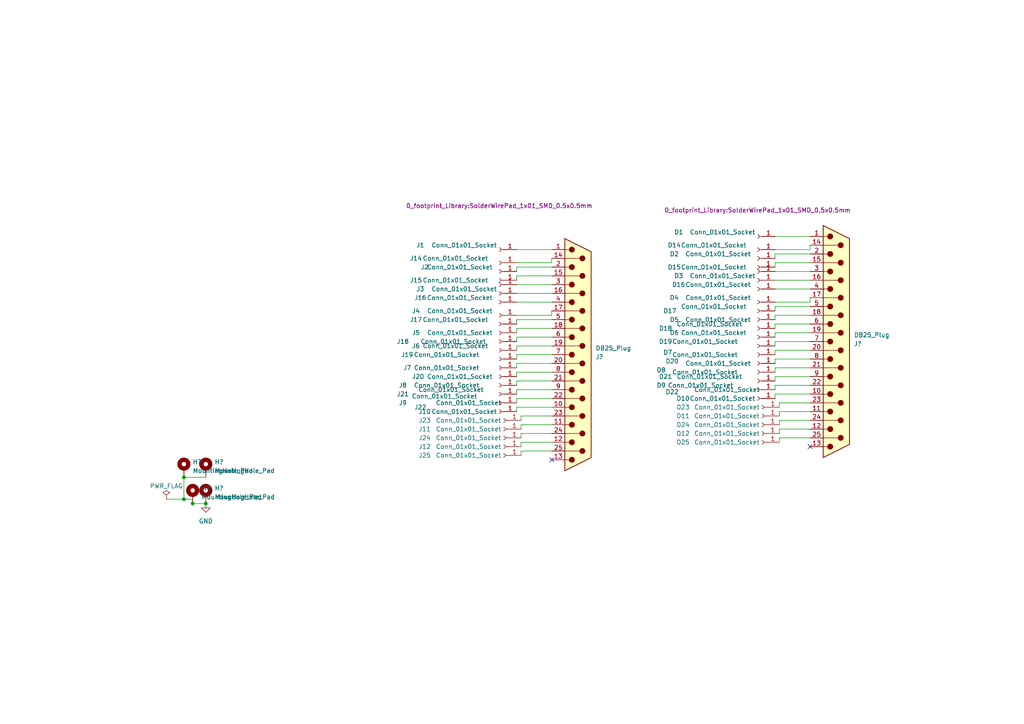
<source format=kicad_sch>
(kicad_sch (version 20230121) (generator eeschema)
  (paper "A4")
  (lib_symbols
    (symbol "Connector:Conn_01x01_Socket" (pin_names (offset 1.016) hide)
      (property "Reference" "J" (at 0 2.54 0))
      (property "Value" "Conn_01x01_Socket" (at 0 -2.54 0))
      (symbol "Conn_01x01_Socket_1_1"
        (polyline (pts (xy -1.27 0) (xy -0.508 0)) (stroke (width 0.1524)))
        (arc (start 0 0.508) (mid -0.5058 0) (end 0 -0.508) (stroke (width 0.1524)))
        (pin passive line (at -5.08 0 0) (length 3.81) (name "Pin_1") (number "1"))
      )
    )
    (symbol "Connector:DB25_Plug" (pin_names (offset 1.016) hide)
      (property "Reference" "J" (at 0 34.29 0))
      (property "Value" "DB25_Plug" (at 0 -34.925 0))
      (symbol "DB25_Plug_0_1"
        (circle (center -1.778 -30.48) (radius 0.762) (fill (type outline)))
        (circle (center -1.778 -25.4) (radius 0.762) (fill (type outline)))
        (circle (center -1.778 -20.32) (radius 0.762) (fill (type outline)))
        (circle (center -1.778 -15.24) (radius 0.762) (fill (type outline)))
        (circle (center -1.778 -10.16) (radius 0.762) (fill (type outline)))
        (circle (center -1.778 -5.08) (radius 0.762) (fill (type outline)))
        (circle (center -1.778 0) (radius 0.762) (fill (type outline)))
        (circle (center -1.778 5.08) (radius 0.762) (fill (type outline)))
        (circle (center -1.778 10.16) (radius 0.762) (fill (type outline)))
        (circle (center -1.778 15.24) (radius 0.762) (fill (type outline)))
        (circle (center -1.778 20.32) (radius 0.762) (fill (type outline)))
        (circle (center -1.778 25.4) (radius 0.762) (fill (type outline)))
        (circle (center -1.778 30.48) (radius 0.762) (fill (type outline)))
        (polyline (pts (xy -3.81 -30.48) (xy -2.54 -30.48)))
        (polyline (pts (xy -3.81 -27.94) (xy 0.508 -27.94)))
        (polyline (pts (xy -3.81 -25.4) (xy -2.54 -25.4)))
        (polyline (pts (xy -3.81 -22.86) (xy 0.508 -22.86)))
        (polyline (pts (xy -3.81 -20.32) (xy -2.54 -20.32)))
        (polyline (pts (xy -3.81 -17.78) (xy 0.508 -17.78)))
        (polyline (pts (xy -3.81 -15.24) (xy -2.54 -15.24)))
        (polyline (pts (xy -3.81 -12.7) (xy 0.508 -12.7)))
        (polyline (pts (xy -3.81 -10.16) (xy -2.54 -10.16)))
        (polyline (pts (xy -3.81 -7.62) (xy 0.508 -7.62)))
        (polyline (pts (xy -3.81 -5.08) (xy -2.54 -5.08)))
        (polyline (pts (xy -3.81 -2.54) (xy 0.508 -2.54)))
        (polyline (pts (xy -3.81 0) (xy -2.54 0)))
        (polyline (pts (xy -3.81 2.54) (xy 0.508 2.54)))
        (polyline (pts (xy -3.81 5.08) (xy -2.54 5.08)))
        (polyline (pts (xy -3.81 7.62) (xy 0.508 7.62)))
        (polyline (pts (xy -3.81 10.16) (xy -2.54 10.16)))
        (polyline (pts (xy -3.81 12.7) (xy 0.508 12.7)))
        (polyline (pts (xy -3.81 15.24) (xy -2.54 15.24)))
        (polyline (pts (xy -3.81 17.78) (xy 0.508 17.78)))
        (polyline (pts (xy -3.81 20.32) (xy -2.54 20.32)))
        (polyline (pts (xy -3.81 22.86) (xy 0.508 22.86)))
        (polyline (pts (xy -3.81 25.4) (xy -2.54 25.4)))
        (polyline (pts (xy -3.81 27.94) (xy 0.508 27.94)))
        (polyline (pts (xy -3.81 30.48) (xy -2.54 30.48)))
        (polyline (pts (xy -3.81 -33.655) (xy 3.81 -29.845) (xy 3.81 29.845) (xy -3.81 33.655) (xy -3.81 -33.655)) (stroke (width 0.254)) (fill (type background)))
        (circle (center 1.27 -27.94) (radius 0.762) (fill (type outline)))
        (circle (center 1.27 -22.86) (radius 0.762) (fill (type outline)))
        (circle (center 1.27 -17.78) (radius 0.762) (fill (type outline)))
        (circle (center 1.27 -12.7) (radius 0.762) (fill (type outline)))
        (circle (center 1.27 -7.62) (radius 0.762) (fill (type outline)))
        (circle (center 1.27 -2.54) (radius 0.762) (fill (type outline)))
        (circle (center 1.27 2.54) (radius 0.762) (fill (type outline)))
        (circle (center 1.27 7.62) (radius 0.762) (fill (type outline)))
        (circle (center 1.27 12.7) (radius 0.762) (fill (type outline)))
        (circle (center 1.27 17.78) (radius 0.762) (fill (type outline)))
        (circle (center 1.27 22.86) (radius 0.762) (fill (type outline)))
        (circle (center 1.27 27.94) (radius 0.762) (fill (type outline)))
      )
      (symbol "DB25_Plug_1_1"
        (pin passive line (at -7.62 -30.48 0) (length 3.81) (name "1") (number "1"))
        (pin passive line (at -7.62 15.24 0) (length 3.81) (name "10") (number "10"))
        (pin passive line (at -7.62 20.32 0) (length 3.81) (name "11") (number "11"))
        (pin passive line (at -7.62 25.4 0) (length 3.81) (name "12") (number "12"))
        (pin passive line (at -7.62 30.48 0) (length 3.81) (name "13") (number "13"))
        (pin passive line (at -7.62 -27.94 0) (length 3.81) (name "P14") (number "14"))
        (pin passive line (at -7.62 -22.86 0) (length 3.81) (name "P15") (number "15"))
        (pin passive line (at -7.62 -17.78 0) (length 3.81) (name "P16") (number "16"))
        (pin passive line (at -7.62 -12.7 0) (length 3.81) (name "P17") (number "17"))
        (pin passive line (at -7.62 -7.62 0) (length 3.81) (name "P18") (number "18"))
        (pin passive line (at -7.62 -2.54 0) (length 3.81) (name "P19") (number "19"))
        (pin passive line (at -7.62 -25.4 0) (length 3.81) (name "2") (number "2"))
        (pin passive line (at -7.62 2.54 0) (length 3.81) (name "P20") (number "20"))
        (pin passive line (at -7.62 7.62 0) (length 3.81) (name "P21") (number "21"))
        (pin passive line (at -7.62 12.7 0) (length 3.81) (name "P22") (number "22"))
        (pin passive line (at -7.62 17.78 0) (length 3.81) (name "P23") (number "23"))
        (pin passive line (at -7.62 22.86 0) (length 3.81) (name "P24") (number "24"))
        (pin passive line (at -7.62 27.94 0) (length 3.81) (name "P25") (number "25"))
        (pin passive line (at -7.62 -20.32 0) (length 3.81) (name "3") (number "3"))
        (pin passive line (at -7.62 -15.24 0) (length 3.81) (name "4") (number "4"))
        (pin passive line (at -7.62 -10.16 0) (length 3.81) (name "5") (number "5"))
        (pin passive line (at -7.62 -5.08 0) (length 3.81) (name "6") (number "6"))
        (pin passive line (at -7.62 0 0) (length 3.81) (name "7") (number "7"))
        (pin passive line (at -7.62 5.08 0) (length 3.81) (name "8") (number "8"))
        (pin passive line (at -7.62 10.16 0) (length 3.81) (name "9") (number "9"))
      )
    )
    (symbol "Mechanical:MountingHole_Pad" (pin_numbers hide) (pin_names (offset 1.016) hide)
      (property "Reference" "H" (at 0 6.35 0))
      (property "Value" "MountingHole_Pad" (at 0 4.445 0))
      (symbol "MountingHole_Pad_0_1"
        (circle (center 0 1.27) (radius 1.27) (stroke (width 1.27)))
      )
      (symbol "MountingHole_Pad_1_1"
        (pin input line (at 0 -2.54 90) (length 2.54) (name "1") (number "1"))
      )
    )
    (symbol "power:GND" (power) (pin_names (offset 0))
      (property "Value" "GND" (at 0 -3.81 0))
      (symbol "GND_0_1"
        (polyline (pts (xy 0 0) (xy 0 -1.27) (xy 1.27 -1.27) (xy 0 -2.54) (xy -1.27 -1.27) (xy 0 -1.27)))
      )
      (symbol "GND_1_1"
        (pin power_in line (at 0 0 270) (length 0) hide (name "GND") (number "1"))
      )
    )
    (symbol "power:PWR_FLAG" (power) (pin_numbers hide) (pin_names (offset 0) hide)
      (property "Value" "PWR_FLAG" (at 0 3.81 0))
      (symbol "PWR_FLAG_0_0"
        (pin power_out line (at 0 0 90) (length 0) (name "pwr") (number "1"))
      )
      (symbol "PWR_FLAG_0_1"
        (polyline (pts (xy 0 0) (xy 0 1.27) (xy -1.016 1.905) (xy 0 2.54) (xy 1.016 1.905) (xy 0 1.27)))
      )
    )
  )
  (junction (at 53.34 138.43))
  (junction (at 59.69 146.05))
  (junction (at 53.34 144.78))
  (junction (at 55.88 146.05))
  (no_connect (at 160.02 133.35))
  (no_connect (at 234.95 129.54))
  (wire (pts (xy 226.06 124.46) (xy 226.06 125.73)))
  (wire (pts (xy 224.79 106.68) (xy 224.79 107.95)))
  (wire (pts (xy 234.95 111.76) (xy 224.79 111.76)))
  (wire (pts (xy 149.86 105.41) (xy 149.86 106.68)))
  (wire (pts (xy 160.02 118.11) (xy 149.86 118.11)))
  (wire (pts (xy 224.79 111.76) (xy 224.79 113.03)))
  (wire (pts (xy 160.02 113.03) (xy 149.86 113.03)))
  (wire (pts (xy 160.02 97.79) (xy 149.86 97.79)))
  (wire (pts (xy 234.95 121.92) (xy 226.06 121.92)))
  (wire (pts (xy 149.86 115.57) (xy 149.86 116.84)))
  (wire (pts (xy 160.02 92.71) (xy 149.86 92.71)))
  (wire (pts (xy 149.86 87.63) (xy 160.02 87.63)))
  (wire (pts (xy 226.06 116.84) (xy 226.06 118.11)))
  (wire (pts (xy 224.79 96.52) (xy 224.79 97.79)))
  (wire (pts (xy 160.02 80.01) (xy 149.86 80.01)))
  (wire (pts (xy 149.86 80.01) (xy 149.86 81.28)))
  (wire (pts (xy 234.95 127) (xy 226.06 127)))
  (wire (pts (xy 53.34 138.43) (xy 53.34 144.78)))
  (wire (pts (xy 149.86 107.95) (xy 149.86 109.22)))
  (wire (pts (xy 224.79 93.98) (xy 224.79 95.25)))
  (wire (pts (xy 226.06 121.92) (xy 226.06 123.19)))
  (wire (pts (xy 224.79 76.2) (xy 224.79 77.47)))
  (wire (pts (xy 151.13 123.19) (xy 151.13 124.46)))
  (wire (pts (xy 160.02 76.2) (xy 149.86 76.2)))
  (wire (pts (xy 234.95 101.6) (xy 224.79 101.6)))
  (wire (pts (xy 234.95 116.84) (xy 226.06 116.84)))
  (wire (pts (xy 160.02 95.25) (xy 149.86 95.25)))
  (wire (pts (xy 234.95 88.9) (xy 224.79 88.9)))
  (wire (pts (xy 149.86 85.09) (xy 160.02 85.09)))
  (wire (pts (xy 234.95 124.46) (xy 226.06 124.46)))
  (wire (pts (xy 149.86 77.47) (xy 149.86 78.74)))
  (wire (pts (xy 160.02 115.57) (xy 149.86 115.57)))
  (wire (pts (xy 224.79 87.63) (xy 234.95 87.63)))
  (wire (pts (xy 234.95 72.39) (xy 224.79 72.39)))
  (wire (pts (xy 234.95 96.52) (xy 224.79 96.52)))
  (wire (pts (xy 224.79 78.74) (xy 234.95 78.74)))
  (wire (pts (xy 224.79 114.3) (xy 224.79 115.57)))
  (wire (pts (xy 234.95 91.44) (xy 224.79 91.44)))
  (wire (pts (xy 149.86 113.03) (xy 149.86 114.3)))
  (wire (pts (xy 234.95 106.68) (xy 224.79 106.68)))
  (wire (pts (xy 160.02 100.33) (xy 149.86 100.33)))
  (wire (pts (xy 160.02 110.49) (xy 149.86 110.49)))
  (wire (pts (xy 48.26 144.78) (xy 53.34 144.78)))
  (wire (pts (xy 151.13 120.65) (xy 151.13 121.92)))
  (wire (pts (xy 151.13 125.73) (xy 151.13 127)))
  (wire (pts (xy 234.95 93.98) (xy 224.79 93.98)))
  (wire (pts (xy 149.86 82.55) (xy 160.02 82.55)))
  (wire (pts (xy 224.79 73.66) (xy 224.79 74.93)))
  (wire (pts (xy 224.79 81.28) (xy 234.95 81.28)))
  (wire (pts (xy 234.95 71.12) (xy 234.95 72.39)))
  (wire (pts (xy 226.06 119.38) (xy 226.06 120.65)))
  (wire (pts (xy 149.86 102.87) (xy 149.86 104.14)))
  (wire (pts (xy 160.02 77.47) (xy 149.86 77.47)))
  (wire (pts (xy 160.02 102.87) (xy 149.86 102.87)))
  (wire (pts (xy 149.86 91.44) (xy 160.02 91.44)))
  (wire (pts (xy 234.95 104.14) (xy 224.79 104.14)))
  (wire (pts (xy 234.95 119.38) (xy 226.06 119.38)))
  (wire (pts (xy 151.13 130.81) (xy 151.13 132.08)))
  (wire (pts (xy 224.79 101.6) (xy 224.79 102.87)))
  (wire (pts (xy 160.02 128.27) (xy 151.13 128.27)))
  (wire (pts (xy 149.86 110.49) (xy 149.86 111.76)))
  (wire (pts (xy 224.79 68.58) (xy 234.95 68.58)))
  (wire (pts (xy 224.79 88.9) (xy 224.79 90.17)))
  (wire (pts (xy 151.13 128.27) (xy 151.13 129.54)))
  (wire (pts (xy 224.79 91.44) (xy 224.79 92.71)))
  (wire (pts (xy 160.02 120.65) (xy 151.13 120.65)))
  (wire (pts (xy 149.86 92.71) (xy 149.86 93.98)))
  (wire (pts (xy 149.86 72.39) (xy 160.02 72.39)))
  (wire (pts (xy 234.95 109.22) (xy 224.79 109.22)))
  (wire (pts (xy 53.34 138.43) (xy 59.69 138.43)))
  (wire (pts (xy 224.79 109.22) (xy 224.79 110.49)))
  (wire (pts (xy 149.86 100.33) (xy 149.86 101.6)))
  (wire (pts (xy 234.95 73.66) (xy 224.79 73.66)))
  (wire (pts (xy 234.95 76.2) (xy 224.79 76.2)))
  (wire (pts (xy 160.02 125.73) (xy 151.13 125.73)))
  (wire (pts (xy 160.02 105.41) (xy 149.86 105.41)))
  (wire (pts (xy 160.02 107.95) (xy 149.86 107.95)))
  (wire (pts (xy 224.79 99.06) (xy 224.79 100.33)))
  (wire (pts (xy 160.02 74.93) (xy 160.02 76.2)))
  (wire (pts (xy 55.88 144.78) (xy 55.88 146.05)))
  (wire (pts (xy 234.95 87.63) (xy 234.95 86.36)))
  (wire (pts (xy 226.06 127) (xy 226.06 128.27)))
  (wire (pts (xy 224.79 104.14) (xy 224.79 105.41)))
  (wire (pts (xy 149.86 97.79) (xy 149.86 99.06)))
  (wire (pts (xy 55.88 146.05) (xy 59.69 146.05)))
  (wire (pts (xy 160.02 130.81) (xy 151.13 130.81)))
  (wire (pts (xy 160.02 123.19) (xy 151.13 123.19)))
  (wire (pts (xy 224.79 83.82) (xy 234.95 83.82)))
  (wire (pts (xy 149.86 118.11) (xy 149.86 119.38)))
  (wire (pts (xy 234.95 114.3) (xy 224.79 114.3)))
  (wire (pts (xy 149.86 95.25) (xy 149.86 96.52)))
  (wire (pts (xy 234.95 99.06) (xy 224.79 99.06)))
  (wire (pts (xy 160.02 91.44) (xy 160.02 90.17)))
  (wire (pts (xy 53.34 144.78) (xy 55.88 144.78)))
  (symbol (lib_id "Connector:Conn_01x01_Socket") (at 144.78 76.2 0) (mirror y) (unit 1)
    (property "Reference" "J14" (at 120.65 74.93 0))
    (property "Value" "Conn_01x01_Socket" (at 132.08 74.93 0))
    (property "Footprint" "0_footprint_Library:SolderWirePad_1x01_SMD_0.5x0.5mm" (effects hide))
  )
  (symbol (lib_id "Connector:Conn_01x01_Socket") (at 144.78 78.74 0) (mirror y) (unit 1)
    (property "Reference" "J2" (at 123.19 77.47 0))
    (property "Value" "Conn_01x01_Socket" (at 133.35 77.47 0))
    (property "Footprint" "0_footprint_Library:SolderWirePad_1x01_SMD_0.5x0.5mm" (effects hide))
  )
  (symbol (lib_id "Connector:Conn_01x01_Socket") (at 146.05 127 0) (mirror y) (unit 1)
    (property "Reference" "J24" (at 123.19 127 0))
    (property "Value" "Conn_01x01_Socket" (at 135.89 127 0))
    (property "Footprint" "0_footprint_Library:SolderWirePad_1x01_SMD_0.5x0.5mm" (effects hide))
  )
  (symbol (lib_id "Connector:Conn_01x01_Socket") (at 144.78 96.52 0) (mirror y) (unit 1)
    (property "Reference" "J18" (at 116.84 99.06 0))
    (property "Value" "Conn_01x01_Socket" (at 131.445 99.06 0))
    (property "Footprint" "0_footprint_Library:SolderWirePad_1x01_SMD_0.5x0.5mm" (effects hide))
  )
  (symbol (lib_id "Connector:Conn_01x01_Socket") (at 219.71 83.82 0) (mirror y) (unit 1)
    (property "Reference" "D4" (at 195.58 86.36 0))
    (property "Value" "Conn_01x01_Socket" (at 208.28 86.36 0))
    (property "Footprint" "0_footprint_Library:SolderWirePad_1x01_SMD_0.5x0.5mm" (effects hide))
  )
  (symbol (lib_id "Connector:Conn_01x01_Socket") (at 144.78 109.22 0) (mirror y) (unit 1)
    (property "Reference" "J8" (at 116.84 111.76 0))
    (property "Value" "Conn_01x01_Socket" (at 129.54 111.76 0))
    (property "Footprint" "0_footprint_Library:SolderWirePad_1x01_SMD_0.5x0.5mm" (effects hide))
  )
  (symbol (lib_id "Connector:Conn_01x01_Socket") (at 144.78 116.84 0) (mirror y) (unit 1)
    (property "Reference" "J22" (at 121.92 118.11 0))
    (property "Value" "Conn_01x01_Socket" (at 135.89 116.84 0))
    (property "Footprint" "0_footprint_Library:SolderWirePad_1x01_SMD_0.5x0.5mm" (effects hide))
  )
  (symbol (lib_id "Connector:Conn_01x01_Socket") (at 219.71 113.03 0) (mirror y) (unit 1)
    (property "Reference" "D22" (at 194.945 113.665 0))
    (property "Value" "Conn_01x01_Socket" (at 210.82 113.03 0))
    (property "Footprint" "0_footprint_Library:SolderWirePad_1x01_SMD_0.5x0.5mm" (effects hide))
  )
  (symbol (lib_id "Connector:Conn_01x01_Socket") (at 219.71 97.79 0) (mirror y) (unit 1)
    (property "Reference" "D19" (at 193.04 99.06 0))
    (property "Value" "Conn_01x01_Socket" (at 204.47 99.06 0))
    (property "Footprint" "0_footprint_Library:SolderWirePad_1x01_SMD_0.5x0.5mm" (effects hide))
  )
  (symbol (lib_id "Connector:Conn_01x01_Socket") (at 219.71 110.49 0) (mirror y) (unit 1)
    (property "Reference" "D9" (at 191.77 111.76 0))
    (property "Value" "Conn_01x01_Socket" (at 203.2 111.76 0))
    (property "Footprint" "0_footprint_Library:SolderWirePad_1x01_SMD_0.5x0.5mm" (effects hide))
  )
  (symbol (lib_id "Connector:Conn_01x01_Socket") (at 144.78 111.76 0) (mirror y) (unit 1)
    (property "Reference" "J21" (at 116.84 114.3 0))
    (property "Value" "Conn_01x01_Socket" (at 130.81 113.03 0))
    (property "Footprint" "0_footprint_Library:SolderWirePad_1x01_SMD_0.5x0.5mm" (effects hide))
  )
  (symbol (lib_id "Connector:Conn_01x01_Socket") (at 219.71 90.17 0) (mirror y) (unit 1)
    (property "Reference" "D5" (at 195.58 92.71 0))
    (property "Value" "Conn_01x01_Socket" (at 208.28 92.71 0))
    (property "Footprint" "0_footprint_Library:SolderWirePad_1x01_SMD_0.5x0.5mm" (effects hide))
  )
  (symbol (lib_id "Connector:Conn_01x01_Socket") (at 144.78 106.68 0) (mirror y) (unit 1)
    (property "Reference" "J20" (at 121.285 109.22 0))
    (property "Value" "Conn_01x01_Socket" (at 133.35 109.22 0))
    (property "Footprint" "0_footprint_Library:SolderWirePad_1x01_SMD_0.5x0.5mm" (effects hide))
  )
  (symbol (lib_id "Connector:Conn_01x01_Socket") (at 144.78 82.55 0) (mirror y) (unit 1)
    (property "Reference" "J3" (at 121.92 83.82 0))
    (property "Value" "Conn_01x01_Socket" (at 134.62 83.82 0))
    (property "Footprint" "0_footprint_Library:SolderWirePad_1x01_SMD_0.5x0.5mm" (at 144.78 59.69 0))
  )
  (symbol (lib_id "power:GND") (at 59.69 146.05 0) (unit 1)
    (property "Reference" "#PWR?" (effects hide))
    (property "Value" "GND" (at 59.69 151.13 0))
  )
  (symbol (lib_id "Mechanical:MountingHole_Pad") (at 55.88 143.51 0) (unit 1)
    (property "Reference" "H?" (at 58.42 141.605 0) (effects (justify left)))
    (property "Value" "MountingHole_Pad" (at 58.42 144.145 0) (effects (justify left)))
    (property "Footprint" "0_footprint_Library:MountingHole_3mm_2-56_DIN965_Pad" (effects hide))
  )
  (symbol (lib_id "Connector:Conn_01x01_Socket") (at 146.05 132.08 0) (mirror y) (unit 1)
    (property "Reference" "J25" (at 123.19 132.08 0))
    (property "Value" "Conn_01x01_Socket" (at 135.89 132.08 0))
    (property "Footprint" "0_footprint_Library:SolderWirePad_1x01_SMD_0.5x0.5mm" (effects hide))
  )
  (symbol (lib_id "Connector:Conn_01x01_Socket") (at 144.78 101.6 0) (mirror y) (unit 1)
    (property "Reference" "J19" (at 118.11 102.87 0))
    (property "Value" "Conn_01x01_Socket" (at 129.54 102.87 0))
    (property "Footprint" "0_footprint_Library:SolderWirePad_1x01_SMD_0.5x0.5mm" (effects hide))
  )
  (symbol (lib_id "Connector:Conn_01x01_Socket") (at 219.71 100.33 0) (mirror y) (unit 1)
    (property "Reference" "D7" (at 193.675 102.235 0))
    (property "Value" "Conn_01x01_Socket" (at 204.47 102.87 0))
    (property "Footprint" "0_footprint_Library:SolderWirePad_1x01_SMD_0.5x0.5mm" (effects hide))
  )
  (symbol (lib_id "Connector:Conn_01x01_Socket") (at 144.78 85.09 0) (mirror y) (unit 1)
    (property "Reference" "J16" (at 121.92 86.36 0))
    (property "Value" "Conn_01x01_Socket" (at 133.35 86.36 0))
    (property "Footprint" "0_footprint_Library:SolderWirePad_1x01_SMD_0.5x0.5mm" (effects hide))
  )
  (symbol (lib_id "Mechanical:MountingHole_Pad") (at 53.34 135.89 0) (unit 1)
    (property "Reference" "H?" (at 55.88 133.985 0) (effects (justify left)))
    (property "Value" "MountingHole_Pad" (at 55.88 136.525 0) (effects (justify left)))
    (property "Footprint" "0_footprint_Library:MountingHole_3mm_2-56_DIN965_Pad" (effects hide))
  )
  (symbol (lib_id "Connector:Conn_01x01_Socket") (at 219.71 95.25 0) (mirror y) (unit 1)
    (property "Reference" "D6" (at 195.58 96.52 0))
    (property "Value" "Conn_01x01_Socket" (at 207.01 96.52 0))
    (property "Footprint" "0_footprint_Library:SolderWirePad_1x01_SMD_0.5x0.5mm" (effects hide))
  )
  (symbol (lib_id "Connector:Conn_01x01_Socket") (at 219.71 81.28 0) (mirror y) (unit 1)
    (property "Reference" "D16" (at 196.85 82.55 0))
    (property "Value" "Conn_01x01_Socket" (at 208.28 82.55 0))
    (property "Footprint" "0_footprint_Library:SolderWirePad_1x01_SMD_0.5x0.5mm" (effects hide))
  )
  (symbol (lib_id "Connector:Conn_01x01_Socket") (at 219.71 77.47 0) (mirror y) (unit 1)
    (property "Reference" "D15" (at 195.58 77.47 0))
    (property "Value" "Conn_01x01_Socket" (at 207.01 77.47 0))
    (property "Footprint" "0_footprint_Library:SolderWirePad_1x01_SMD_0.5x0.5mm" (effects hide))
  )
  (symbol (lib_id "Connector:Conn_01x01_Socket") (at 219.71 115.57 0) (mirror y) (unit 1)
    (property "Reference" "D10" (at 198.12 115.57 0))
    (property "Value" "Conn_01x01_Socket" (at 209.55 115.57 0))
    (property "Footprint" "0_footprint_Library:SolderWirePad_1x01_SMD_0.5x0.5mm" (effects hide))
  )
  (symbol (lib_id "Connector:Conn_01x01_Socket") (at 144.78 72.39 0) (mirror y) (unit 1)
    (property "Reference" "J1" (at 121.92 71.12 0))
    (property "Value" "Conn_01x01_Socket" (at 134.62 71.12 0))
    (property "Footprint" "0_footprint_Library:SolderWirePad_1x01_SMD_0.5x0.5mm" (effects hide))
  )
  (symbol (lib_id "Connector:Conn_01x01_Socket") (at 144.78 81.28 0) (mirror y) (unit 1)
    (property "Reference" "J15" (at 120.65 81.28 0))
    (property "Value" "Conn_01x01_Socket" (at 132.08 81.28 0))
    (property "Footprint" "0_footprint_Library:SolderWirePad_1x01_SMD_0.5x0.5mm" (effects hide))
  )
  (symbol (lib_id "Connector:Conn_01x01_Socket") (at 144.78 119.38 0) (mirror y) (unit 1)
    (property "Reference" "J10" (at 123.19 119.38 0))
    (property "Value" "Conn_01x01_Socket" (at 134.62 119.38 0))
    (property "Footprint" "0_footprint_Library:SolderWirePad_1x01_SMD_0.5x0.5mm" (effects hide))
  )
  (symbol (lib_id "Connector:Conn_01x01_Socket") (at 144.78 104.14 0) (mirror y) (unit 1)
    (property "Reference" "J7" (at 118.11 106.68 0))
    (property "Value" "Conn_01x01_Socket" (at 129.54 106.68 0))
    (property "Footprint" "0_footprint_Library:SolderWirePad_1x01_SMD_0.5x0.5mm" (effects hide))
  )
  (symbol (lib_id "Connector:Conn_01x01_Socket") (at 219.71 72.39 0) (mirror y) (unit 1)
    (property "Reference" "D14" (at 195.58 71.12 0))
    (property "Value" "Conn_01x01_Socket" (at 207.01 71.12 0))
    (property "Footprint" "0_footprint_Library:SolderWirePad_1x01_SMD_0.5x0.5mm" (effects hide))
  )
  (symbol (lib_id "Connector:Conn_01x01_Socket") (at 146.05 124.46 0) (mirror y) (unit 1)
    (property "Reference" "J11" (at 123.19 124.46 0))
    (property "Value" "Conn_01x01_Socket" (at 135.89 124.46 0))
    (property "Footprint" "0_footprint_Library:SolderWirePad_1x01_SMD_0.5x0.5mm" (effects hide))
  )
  (symbol (lib_id "Connector:Conn_01x01_Socket") (at 144.78 114.3 0) (mirror y) (unit 1)
    (property "Reference" "J9" (at 116.84 116.84 0))
    (property "Value" "Conn_01x01_Socket" (at 128.905 114.935 0))
    (property "Footprint" "0_footprint_Library:SolderWirePad_1x01_SMD_0.5x0.5mm" (effects hide))
  )
  (symbol (lib_id "Connector:Conn_01x01_Socket") (at 146.05 129.54 0) (mirror y) (unit 1)
    (property "Reference" "J12" (at 123.19 129.54 0))
    (property "Value" "Conn_01x01_Socket" (at 135.89 129.54 0))
    (property "Footprint" "0_footprint_Library:SolderWirePad_1x01_SMD_0.5x0.5mm" (effects hide))
  )
  (symbol (lib_id "Connector:Conn_01x01_Socket") (at 146.05 121.92 0) (mirror y) (unit 1)
    (property "Reference" "J23" (at 123.19 121.92 0))
    (property "Value" "Conn_01x01_Socket" (at 135.89 121.92 0))
    (property "Footprint" "0_footprint_Library:SolderWirePad_1x01_SMD_0.5x0.5mm" (effects hide))
  )
  (symbol (lib_id "Connector:Conn_01x01_Socket") (at 144.78 93.98 0) (mirror y) (unit 1)
    (property "Reference" "J5" (at 120.65 96.52 0))
    (property "Value" "Conn_01x01_Socket" (at 133.35 96.52 0))
    (property "Footprint" "0_footprint_Library:SolderWirePad_1x01_SMD_0.5x0.5mm" (effects hide))
  )
  (symbol (lib_id "Mechanical:MountingHole_Pad") (at 59.69 135.89 0) (unit 1)
    (property "Reference" "H?" (at 62.23 133.985 0) (effects (justify left)))
    (property "Value" "MountingHole_Pad" (at 62.23 136.525 0) (effects (justify left)))
    (property "Footprint" "0_footprint_Library:MountingHole_3mm_2-56_DIN965_Pad" (effects hide))
  )
  (symbol (lib_id "Mechanical:MountingHole_Pad") (at 59.69 143.51 0) (unit 1)
    (property "Reference" "H?" (at 62.23 141.605 0) (effects (justify left)))
    (property "Value" "MountingHole_Pad" (at 62.23 144.145 0) (effects (justify left)))
    (property "Footprint" "0_footprint_Library:MountingHole_3mm_2-56_DIN965_Pad" (effects hide))
  )
  (symbol (lib_id "Connector:DB25_Plug") (at 167.64 102.87 0) (mirror x) (unit 1)
    (property "Reference" "J?" (at 172.72 103.505 0) (effects (justify left)))
    (property "Value" "DB25_Plug" (at 172.72 100.965 0) (effects (justify left)))
    (property "Footprint" "0_footprint_Library:Norcomp-380-025-113L001-microd_Updated" (effects hide))
    (property "Datasheet" " ~" (effects hide))
  )
  (symbol (lib_id "Connector:Conn_01x01_Socket") (at 219.71 78.74 0) (mirror y) (unit 1)
    (property "Reference" "D3" (at 196.85 80.01 0))
    (property "Value" "Conn_01x01_Socket" (at 209.55 80.01 0))
    (property "Footprint" "0_footprint_Library:SolderWirePad_1x01_SMD_0.5x0.5mm" (at 219.71 60.96 0))
  )
  (symbol (lib_id "Connector:Conn_01x01_Socket") (at 219.71 68.58 0) (mirror y) (unit 1)
    (property "Reference" "D1" (at 196.85 67.31 0))
    (property "Value" "Conn_01x01_Socket" (at 209.55 67.31 0))
    (property "Footprint" "0_footprint_Library:SolderWirePad_1x01_SMD_0.5x0.5mm" (effects hide))
  )
  (symbol (lib_id "power:PWR_FLAG") (at 48.26 144.78 0) (unit 1)
    (property "Reference" "#FLG?" (effects hide))
    (property "Value" "PWR_FLAG" (at 48.26 140.97 0))
  )
  (symbol (lib_id "Connector:DB25_Plug") (at 242.57 99.06 0) (mirror x) (unit 1)
    (property "Reference" "J?" (at 247.65 99.695 0) (effects (justify left)))
    (property "Value" "DB25_Plug" (at 247.65 97.155 0) (effects (justify left)))
    (property "Footprint" "0_footprint_Library:Norcomp-380-025-113L001-microd_Updated" (effects hide))
    (property "Datasheet" " ~" (effects hide))
  )
  (symbol (lib_id "Connector:Conn_01x01_Socket") (at 144.78 91.44 0) (mirror y) (unit 1)
    (property "Reference" "J17" (at 120.65 92.71 0))
    (property "Value" "Conn_01x01_Socket" (at 132.08 92.71 0))
    (property "Footprint" "0_footprint_Library:SolderWirePad_1x01_SMD_0.5x0.5mm" (effects hide))
  )
  (symbol (lib_id "Connector:Conn_01x01_Socket") (at 219.71 92.71 0) (mirror y) (unit 1)
    (property "Reference" "D18" (at 193.04 95.25 0))
    (property "Value" "Conn_01x01_Socket" (at 205.74 93.98 0))
    (property "Footprint" "0_footprint_Library:SolderWirePad_1x01_SMD_0.5x0.5mm" (effects hide))
  )
  (symbol (lib_id "Connector:Conn_01x01_Socket") (at 219.71 102.87 0) (mirror y) (unit 1)
    (property "Reference" "D20" (at 194.945 104.775 0))
    (property "Value" "Conn_01x01_Socket" (at 208.28 105.41 0))
    (property "Footprint" "0_footprint_Library:SolderWirePad_1x01_SMD_0.5x0.5mm" (effects hide))
  )
  (symbol (lib_id "Connector:Conn_01x01_Socket") (at 220.98 120.65 0) (mirror y) (unit 1)
    (property "Reference" "D11" (at 198.12 120.65 0))
    (property "Value" "Conn_01x01_Socket" (at 210.82 120.65 0))
    (property "Footprint" "0_footprint_Library:SolderWirePad_1x01_SMD_0.5x0.5mm" (effects hide))
  )
  (symbol (lib_id "Connector:Conn_01x01_Socket") (at 220.98 128.27 0) (mirror y) (unit 1)
    (property "Reference" "D25" (at 198.12 128.27 0))
    (property "Value" "Conn_01x01_Socket" (at 210.82 128.27 0))
    (property "Footprint" "0_footprint_Library:SolderWirePad_1x01_SMD_0.5x0.5mm" (effects hide))
  )
  (symbol (lib_id "Connector:Conn_01x01_Socket") (at 220.98 125.73 0) (mirror y) (unit 1)
    (property "Reference" "D12" (at 198.12 125.73 0))
    (property "Value" "Conn_01x01_Socket" (at 210.82 125.73 0))
    (property "Footprint" "0_footprint_Library:SolderWirePad_1x01_SMD_0.5x0.5mm" (effects hide))
  )
  (symbol (lib_id "Connector:Conn_01x01_Socket") (at 219.71 107.95 0) (mirror y) (unit 1)
    (property "Reference" "D21" (at 193.04 109.22 0))
    (property "Value" "Conn_01x01_Socket" (at 205.74 109.22 0))
    (property "Footprint" "0_footprint_Library:SolderWirePad_1x01_SMD_0.5x0.5mm" (effects hide))
  )
  (symbol (lib_id "Connector:Conn_01x01_Socket") (at 144.78 87.63 0) (mirror y) (unit 1)
    (property "Reference" "J4" (at 120.65 90.17 0))
    (property "Value" "Conn_01x01_Socket" (at 133.35 90.17 0))
    (property "Footprint" "0_footprint_Library:SolderWirePad_1x01_SMD_0.5x0.5mm" (effects hide))
  )
  (symbol (lib_id "Connector:Conn_01x01_Socket") (at 220.98 123.19 0) (mirror y) (unit 1)
    (property "Reference" "D24" (at 198.12 123.19 0))
    (property "Value" "Conn_01x01_Socket" (at 210.82 123.19 0))
    (property "Footprint" "0_footprint_Library:SolderWirePad_1x01_SMD_0.5x0.5mm" (effects hide))
  )
  (symbol (lib_id "Connector:Conn_01x01_Socket") (at 144.78 99.06 0) (mirror y) (unit 1)
    (property "Reference" "J6" (at 120.65 100.33 0))
    (property "Value" "Conn_01x01_Socket" (at 132.08 100.33 0))
    (property "Footprint" "0_footprint_Library:SolderWirePad_1x01_SMD_0.5x0.5mm" (effects hide))
  )
  (symbol (lib_id "Connector:Conn_01x01_Socket") (at 219.71 74.93 0) (mirror y) (unit 1)
    (property "Reference" "D2" (at 195.58 73.66 0))
    (property "Value" "Conn_01x01_Socket" (at 208.28 73.66 0))
    (property "Footprint" "0_footprint_Library:SolderWirePad_1x01_SMD_0.5x0.5mm" (effects hide))
  )
  (symbol (lib_id "Connector:Conn_01x01_Socket") (at 219.71 87.63 0) (mirror y) (unit 1)
    (property "Reference" "D17" (at 194.31 90.17 0))
    (property "Value" "Conn_01x01_Socket" (at 207.01 88.9 0))
    (property "Footprint" "0_footprint_Library:SolderWirePad_1x01_SMD_0.5x0.5mm" (effects hide))
  )
  (symbol (lib_id "Connector:Conn_01x01_Socket") (at 220.98 118.11 0) (mirror y) (unit 1)
    (property "Reference" "D23" (at 198.12 118.11 0))
    (property "Value" "Conn_01x01_Socket" (at 210.82 118.11 0))
    (property "Footprint" "0_footprint_Library:SolderWirePad_1x01_SMD_0.5x0.5mm" (effects hide))
  )
  (symbol (lib_id "Connector:Conn_01x01_Socket") (at 219.71 105.41 0) (mirror y) (unit 1)
    (property "Reference" "D8" (at 191.77 107.315 0))
    (property "Value" "Conn_01x01_Socket" (at 204.47 107.95 0))
    (property "Footprint" "0_footprint_Library:SolderWirePad_1x01_SMD_0.5x0.5mm" (effects hide))
  )
)
</source>
